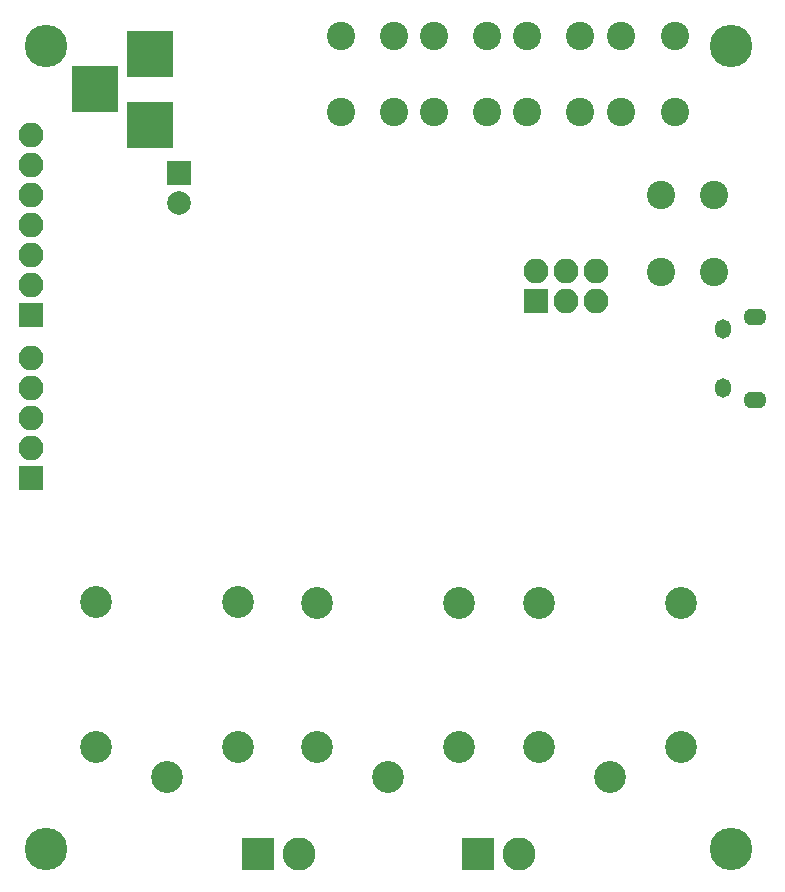
<source format=gbs>
G04 #@! TF.FileFunction,Soldermask,Bot*
%FSLAX46Y46*%
G04 Gerber Fmt 4.6, Leading zero omitted, Abs format (unit mm)*
G04 Created by KiCad (PCBNEW 4.0.6) date 04/22/17 16:33:41*
%MOMM*%
%LPD*%
G01*
G04 APERTURE LIST*
%ADD10C,0.100000*%
%ADD11C,2.700000*%
%ADD12R,2.100000X2.100000*%
%ADD13O,2.100000X2.100000*%
%ADD14C,3.600000*%
%ADD15O,1.350000X1.650000*%
%ADD16O,1.950000X1.400000*%
%ADD17C,2.400000*%
%ADD18R,3.900000X3.900000*%
%ADD19C,2.800000*%
%ADD20R,2.800000X2.800000*%
%ADD21R,2.000000X2.000000*%
%ADD22C,2.000000*%
G04 APERTURE END LIST*
D10*
D11*
X131541000Y-108122500D03*
X137541000Y-122872500D03*
X131541000Y-120322500D03*
X143541000Y-120322500D03*
X143541000Y-108122500D03*
D12*
X126047500Y-83756500D03*
D13*
X126047500Y-81216500D03*
X126047500Y-78676500D03*
X126047500Y-76136500D03*
X126047500Y-73596500D03*
X126047500Y-71056500D03*
X126047500Y-68516500D03*
D14*
X127269000Y-61031000D03*
X185325000Y-61031000D03*
X185325000Y-129031000D03*
X127325000Y-129031000D03*
D12*
X126047500Y-97599500D03*
D13*
X126047500Y-95059500D03*
X126047500Y-92519500D03*
X126047500Y-89979500D03*
X126047500Y-87439500D03*
D12*
X168783000Y-82613500D03*
D13*
X168783000Y-80073500D03*
X171323000Y-82613500D03*
X171323000Y-80073500D03*
X173863000Y-82613500D03*
X173863000Y-80073500D03*
D15*
X184641500Y-89939500D03*
X184641500Y-84939500D03*
D16*
X187341500Y-90939500D03*
X187341500Y-83939500D03*
D11*
X150241000Y-108132500D03*
X156241000Y-122882500D03*
X150241000Y-120332500D03*
X162241000Y-120332500D03*
X162241000Y-108132500D03*
X169037000Y-108140500D03*
X175037000Y-122890500D03*
X169037000Y-120340500D03*
X181037000Y-120340500D03*
X181037000Y-108140500D03*
D17*
X183896000Y-80137000D03*
X179396000Y-80137000D03*
X183896000Y-73637000D03*
X179396000Y-73637000D03*
X180522000Y-66636900D03*
X176022000Y-66636900D03*
X180522000Y-60136900D03*
X176022000Y-60136900D03*
X172521000Y-66636900D03*
X168021000Y-66636900D03*
X172521000Y-60136900D03*
X168021000Y-60136900D03*
X164647000Y-66636900D03*
X160147000Y-66636900D03*
X164647000Y-60136900D03*
X160147000Y-60136900D03*
X156773000Y-66636900D03*
X152273000Y-66636900D03*
X156773000Y-60136900D03*
X152273000Y-60136900D03*
D18*
X136144000Y-67658500D03*
X136144000Y-61658500D03*
X131444000Y-64658500D03*
D19*
X148717000Y-129438400D03*
D20*
X145217000Y-129438400D03*
D19*
X167355400Y-129438400D03*
D20*
X163855400Y-129438400D03*
D21*
X138557000Y-71795000D03*
D22*
X138557000Y-74295000D03*
M02*

</source>
